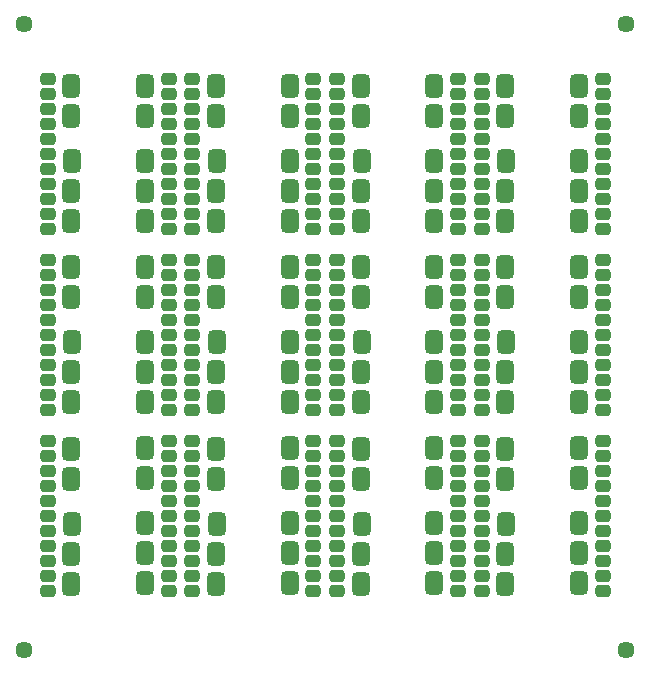
<source format=gbs>
G04*
G04 #@! TF.GenerationSoftware,Altium Limited,Altium Designer,25.0.2 (28)*
G04*
G04 Layer_Color=16711935*
%FSLAX44Y44*%
%MOMM*%
G71*
G04*
G04 #@! TF.SameCoordinates,6A123C44-6EB7-423C-9969-B25F4FCB3D5A*
G04*
G04*
G04 #@! TF.FilePolarity,Negative*
G04*
G01*
G75*
G04:AMPARAMS|DCode=32|XSize=1.3mm|YSize=1mm|CornerRadius=0.25mm|HoleSize=0mm|Usage=FLASHONLY|Rotation=180.000|XOffset=0mm|YOffset=0mm|HoleType=Round|Shape=RoundedRectangle|*
%AMROUNDEDRECTD32*
21,1,1.3000,0.5000,0,0,180.0*
21,1,0.8000,1.0000,0,0,180.0*
1,1,0.5000,-0.4000,0.2500*
1,1,0.5000,0.4000,0.2500*
1,1,0.5000,0.4000,-0.2500*
1,1,0.5000,-0.4000,-0.2500*
%
%ADD32ROUNDEDRECTD32*%
G04:AMPARAMS|DCode=36|XSize=1.5mm|YSize=2mm|CornerRadius=0.375mm|HoleSize=0mm|Usage=FLASHONLY|Rotation=180.000|XOffset=0mm|YOffset=0mm|HoleType=Round|Shape=RoundedRectangle|*
%AMROUNDEDRECTD36*
21,1,1.5000,1.2500,0,0,180.0*
21,1,0.7500,2.0000,0,0,180.0*
1,1,0.7500,-0.3750,0.6250*
1,1,0.7500,0.3750,0.6250*
1,1,0.7500,0.3750,-0.6250*
1,1,0.7500,-0.3750,-0.6250*
%
%ADD36ROUNDEDRECTD36*%
%ADD40C,1.4480*%
D32*
X39890Y118010D02*
D03*
Y130710D02*
D03*
Y79910D02*
D03*
Y105310D02*
D03*
Y92610D02*
D03*
Y206910D02*
D03*
Y194210D02*
D03*
Y156110D02*
D03*
Y143410D02*
D03*
Y181510D02*
D03*
Y168810D02*
D03*
X142390Y118010D02*
D03*
Y130710D02*
D03*
Y79910D02*
D03*
Y105310D02*
D03*
Y92610D02*
D03*
Y206910D02*
D03*
Y194210D02*
D03*
Y156110D02*
D03*
Y143410D02*
D03*
Y181510D02*
D03*
Y168810D02*
D03*
X162390Y118010D02*
D03*
Y130710D02*
D03*
Y79910D02*
D03*
Y105310D02*
D03*
Y92610D02*
D03*
Y206910D02*
D03*
Y194210D02*
D03*
Y156110D02*
D03*
Y143410D02*
D03*
Y181510D02*
D03*
Y168810D02*
D03*
X264890Y118010D02*
D03*
Y130710D02*
D03*
Y79910D02*
D03*
Y105310D02*
D03*
Y92610D02*
D03*
Y206910D02*
D03*
Y194210D02*
D03*
Y156110D02*
D03*
Y143410D02*
D03*
Y181510D02*
D03*
Y168810D02*
D03*
X284890Y118010D02*
D03*
Y130710D02*
D03*
Y79910D02*
D03*
Y105310D02*
D03*
Y92610D02*
D03*
Y206910D02*
D03*
Y194210D02*
D03*
Y156110D02*
D03*
Y143410D02*
D03*
Y181510D02*
D03*
Y168810D02*
D03*
X387390Y118010D02*
D03*
Y130710D02*
D03*
Y79910D02*
D03*
Y105310D02*
D03*
Y92610D02*
D03*
Y206910D02*
D03*
Y194210D02*
D03*
Y156110D02*
D03*
Y143410D02*
D03*
Y181510D02*
D03*
Y168810D02*
D03*
X407390Y118010D02*
D03*
Y130710D02*
D03*
Y79910D02*
D03*
Y105310D02*
D03*
Y92610D02*
D03*
Y206910D02*
D03*
Y194210D02*
D03*
Y156110D02*
D03*
Y143410D02*
D03*
Y181510D02*
D03*
Y168810D02*
D03*
X509890Y118010D02*
D03*
Y130710D02*
D03*
Y79910D02*
D03*
Y105310D02*
D03*
Y92610D02*
D03*
Y206910D02*
D03*
Y194210D02*
D03*
Y156110D02*
D03*
Y143410D02*
D03*
Y181510D02*
D03*
Y168810D02*
D03*
X39890Y271510D02*
D03*
Y284210D02*
D03*
Y233410D02*
D03*
Y258810D02*
D03*
Y246110D02*
D03*
Y360410D02*
D03*
Y347710D02*
D03*
Y309610D02*
D03*
Y296910D02*
D03*
Y335010D02*
D03*
Y322310D02*
D03*
X142390Y271510D02*
D03*
Y284210D02*
D03*
Y233410D02*
D03*
Y258810D02*
D03*
Y246110D02*
D03*
Y360410D02*
D03*
Y347710D02*
D03*
Y309610D02*
D03*
Y296910D02*
D03*
Y335010D02*
D03*
Y322310D02*
D03*
X162390Y271510D02*
D03*
Y284210D02*
D03*
Y233410D02*
D03*
Y258810D02*
D03*
Y246110D02*
D03*
Y360410D02*
D03*
Y347710D02*
D03*
Y309610D02*
D03*
Y296910D02*
D03*
Y335010D02*
D03*
Y322310D02*
D03*
X264890Y271510D02*
D03*
Y284210D02*
D03*
Y233410D02*
D03*
Y258810D02*
D03*
Y246110D02*
D03*
Y360410D02*
D03*
Y347710D02*
D03*
Y309610D02*
D03*
Y296910D02*
D03*
Y335010D02*
D03*
Y322310D02*
D03*
X284890Y271510D02*
D03*
Y284210D02*
D03*
Y233410D02*
D03*
Y258810D02*
D03*
Y246110D02*
D03*
Y360410D02*
D03*
Y347710D02*
D03*
Y309610D02*
D03*
Y296910D02*
D03*
Y335010D02*
D03*
Y322310D02*
D03*
X387390Y271510D02*
D03*
Y284210D02*
D03*
Y233410D02*
D03*
Y258810D02*
D03*
Y246110D02*
D03*
Y360410D02*
D03*
Y347710D02*
D03*
Y309610D02*
D03*
Y296910D02*
D03*
Y335010D02*
D03*
Y322310D02*
D03*
X407390Y271510D02*
D03*
Y284210D02*
D03*
Y233410D02*
D03*
Y258810D02*
D03*
Y246110D02*
D03*
Y360410D02*
D03*
Y347710D02*
D03*
Y309610D02*
D03*
Y296910D02*
D03*
Y335010D02*
D03*
Y322310D02*
D03*
X509890Y271510D02*
D03*
Y284210D02*
D03*
Y233410D02*
D03*
Y258810D02*
D03*
Y246110D02*
D03*
Y360410D02*
D03*
Y347710D02*
D03*
Y309610D02*
D03*
Y296910D02*
D03*
Y335010D02*
D03*
Y322310D02*
D03*
X39890Y425010D02*
D03*
Y437710D02*
D03*
Y386910D02*
D03*
Y412310D02*
D03*
Y399610D02*
D03*
Y513910D02*
D03*
Y501210D02*
D03*
Y463110D02*
D03*
Y450410D02*
D03*
Y488510D02*
D03*
Y475810D02*
D03*
X142390Y425010D02*
D03*
Y437710D02*
D03*
Y386910D02*
D03*
Y412310D02*
D03*
Y399610D02*
D03*
Y513910D02*
D03*
Y501210D02*
D03*
Y463110D02*
D03*
Y450410D02*
D03*
Y488510D02*
D03*
Y475810D02*
D03*
X162390Y425010D02*
D03*
Y437710D02*
D03*
Y386910D02*
D03*
Y412310D02*
D03*
Y399610D02*
D03*
Y513910D02*
D03*
Y501210D02*
D03*
Y463110D02*
D03*
Y450410D02*
D03*
Y488510D02*
D03*
Y475810D02*
D03*
X264890Y425010D02*
D03*
Y437710D02*
D03*
Y386910D02*
D03*
Y412310D02*
D03*
Y399610D02*
D03*
Y513910D02*
D03*
Y501210D02*
D03*
Y463110D02*
D03*
Y450410D02*
D03*
Y488510D02*
D03*
Y475810D02*
D03*
X284890Y425010D02*
D03*
Y437710D02*
D03*
Y386910D02*
D03*
Y412310D02*
D03*
Y399610D02*
D03*
Y513910D02*
D03*
Y501210D02*
D03*
Y463110D02*
D03*
Y450410D02*
D03*
Y488510D02*
D03*
Y475810D02*
D03*
X387390Y425010D02*
D03*
Y437710D02*
D03*
Y386910D02*
D03*
Y412310D02*
D03*
Y399610D02*
D03*
Y513910D02*
D03*
Y501210D02*
D03*
Y463110D02*
D03*
Y450410D02*
D03*
Y488510D02*
D03*
Y475810D02*
D03*
X407390Y425010D02*
D03*
Y437710D02*
D03*
Y386910D02*
D03*
Y412310D02*
D03*
Y399610D02*
D03*
Y513910D02*
D03*
Y501210D02*
D03*
Y463110D02*
D03*
Y450410D02*
D03*
Y488510D02*
D03*
Y475810D02*
D03*
X509890Y425010D02*
D03*
Y437710D02*
D03*
Y386910D02*
D03*
Y412310D02*
D03*
Y399610D02*
D03*
Y513910D02*
D03*
Y501210D02*
D03*
Y463110D02*
D03*
Y450410D02*
D03*
Y488510D02*
D03*
Y475810D02*
D03*
D36*
X60890Y137410D02*
D03*
X122390Y175760D02*
D03*
Y201160D02*
D03*
X59890Y200710D02*
D03*
Y175310D02*
D03*
X122390Y137660D02*
D03*
Y112260D02*
D03*
Y86860D02*
D03*
X59890Y111810D02*
D03*
Y86410D02*
D03*
X183390Y137410D02*
D03*
X244890Y175760D02*
D03*
Y201160D02*
D03*
X182390Y200710D02*
D03*
Y175310D02*
D03*
X244890Y137660D02*
D03*
Y112260D02*
D03*
Y86860D02*
D03*
X182390Y111810D02*
D03*
Y86410D02*
D03*
X305890Y137410D02*
D03*
X367390Y175760D02*
D03*
Y201160D02*
D03*
X304890Y200710D02*
D03*
Y175310D02*
D03*
X367390Y137660D02*
D03*
Y112260D02*
D03*
Y86860D02*
D03*
X304890Y111810D02*
D03*
Y86410D02*
D03*
X428390Y137410D02*
D03*
X489890Y175760D02*
D03*
Y201160D02*
D03*
X427390Y200710D02*
D03*
Y175310D02*
D03*
X489890Y137660D02*
D03*
Y112260D02*
D03*
Y86860D02*
D03*
X427390Y111810D02*
D03*
Y86410D02*
D03*
X60890Y290910D02*
D03*
X122390Y329260D02*
D03*
Y354660D02*
D03*
X59890Y354210D02*
D03*
Y328810D02*
D03*
X122390Y291160D02*
D03*
Y265760D02*
D03*
Y240360D02*
D03*
X59890Y265310D02*
D03*
Y239910D02*
D03*
X183390Y290910D02*
D03*
X244890Y329260D02*
D03*
Y354660D02*
D03*
X182390Y354210D02*
D03*
Y328810D02*
D03*
X244890Y291160D02*
D03*
Y265760D02*
D03*
Y240360D02*
D03*
X182390Y265310D02*
D03*
Y239910D02*
D03*
X305890Y290910D02*
D03*
X367390Y329260D02*
D03*
Y354660D02*
D03*
X304890Y354210D02*
D03*
Y328810D02*
D03*
X367390Y291160D02*
D03*
Y265760D02*
D03*
Y240360D02*
D03*
X304890Y265310D02*
D03*
Y239910D02*
D03*
X428390Y290910D02*
D03*
X489890Y329260D02*
D03*
Y354660D02*
D03*
X427390Y354210D02*
D03*
Y328810D02*
D03*
X489890Y291160D02*
D03*
Y265760D02*
D03*
Y240360D02*
D03*
X427390Y265310D02*
D03*
Y239910D02*
D03*
X60890Y444410D02*
D03*
X122390Y482760D02*
D03*
Y508160D02*
D03*
X59890Y507710D02*
D03*
Y482310D02*
D03*
X122390Y444660D02*
D03*
Y419260D02*
D03*
Y393860D02*
D03*
X59890Y418810D02*
D03*
Y393410D02*
D03*
X183390Y444410D02*
D03*
X244890Y482760D02*
D03*
Y508160D02*
D03*
X182390Y507710D02*
D03*
Y482310D02*
D03*
X244890Y444660D02*
D03*
Y419260D02*
D03*
Y393860D02*
D03*
X182390Y418810D02*
D03*
Y393410D02*
D03*
X305890Y444410D02*
D03*
X367390Y482760D02*
D03*
Y508160D02*
D03*
X304890Y507710D02*
D03*
Y482310D02*
D03*
X367390Y444660D02*
D03*
Y419260D02*
D03*
Y393860D02*
D03*
X304890Y418810D02*
D03*
Y393410D02*
D03*
X428390Y444410D02*
D03*
X489890Y482760D02*
D03*
Y508160D02*
D03*
X427390Y507710D02*
D03*
Y482310D02*
D03*
X489890Y444660D02*
D03*
Y419260D02*
D03*
Y393860D02*
D03*
X427390Y418810D02*
D03*
Y393410D02*
D03*
D40*
X530000Y30000D02*
D03*
X20000Y560000D02*
D03*
Y30000D02*
D03*
X530000Y560000D02*
D03*
M02*

</source>
